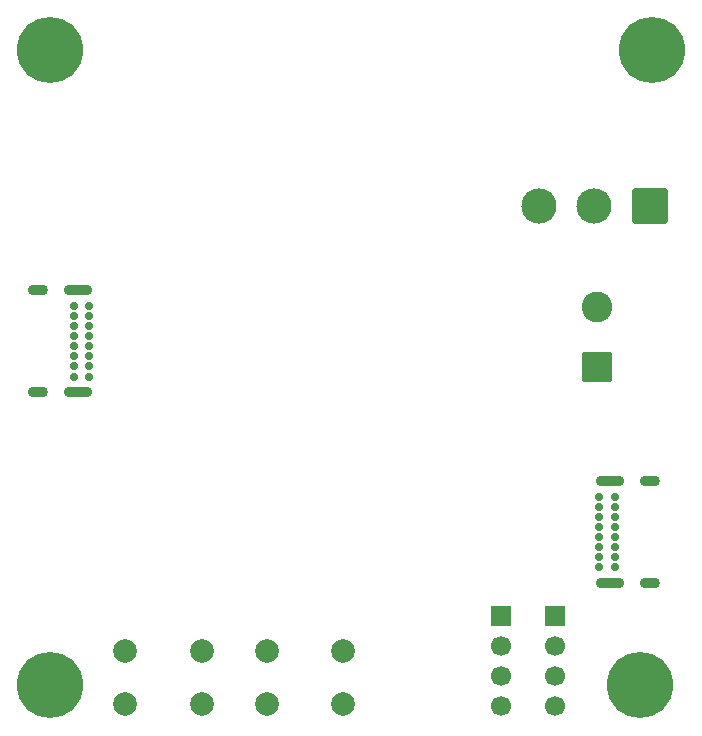
<source format=gbr>
%TF.GenerationSoftware,KiCad,Pcbnew,9.0.3*%
%TF.CreationDate,2025-07-28T19:21:27+02:00*%
%TF.ProjectId,USB_PD_JB,5553425f-5044-45f4-9a42-2e6b69636164,rev?*%
%TF.SameCoordinates,Original*%
%TF.FileFunction,Soldermask,Bot*%
%TF.FilePolarity,Negative*%
%FSLAX46Y46*%
G04 Gerber Fmt 4.6, Leading zero omitted, Abs format (unit mm)*
G04 Created by KiCad (PCBNEW 9.0.3) date 2025-07-28 19:21:27*
%MOMM*%
%LPD*%
G01*
G04 APERTURE LIST*
G04 Aperture macros list*
%AMRoundRect*
0 Rectangle with rounded corners*
0 $1 Rounding radius*
0 $2 $3 $4 $5 $6 $7 $8 $9 X,Y pos of 4 corners*
0 Add a 4 corners polygon primitive as box body*
4,1,4,$2,$3,$4,$5,$6,$7,$8,$9,$2,$3,0*
0 Add four circle primitives for the rounded corners*
1,1,$1+$1,$2,$3*
1,1,$1+$1,$4,$5*
1,1,$1+$1,$6,$7*
1,1,$1+$1,$8,$9*
0 Add four rect primitives between the rounded corners*
20,1,$1+$1,$2,$3,$4,$5,0*
20,1,$1+$1,$4,$5,$6,$7,0*
20,1,$1+$1,$6,$7,$8,$9,0*
20,1,$1+$1,$8,$9,$2,$3,0*%
G04 Aperture macros list end*
%ADD10C,2.000000*%
%ADD11C,3.600000*%
%ADD12C,5.600000*%
%ADD13R,1.700000X1.700000*%
%ADD14C,1.700000*%
%ADD15C,0.700000*%
%ADD16O,2.400000X0.900000*%
%ADD17O,1.700000X0.900000*%
%ADD18RoundRect,0.102000X1.387500X1.387500X-1.387500X1.387500X-1.387500X-1.387500X1.387500X-1.387500X0*%
%ADD19C,2.979000*%
%ADD20RoundRect,0.250000X1.050000X-1.050000X1.050000X1.050000X-1.050000X1.050000X-1.050000X-1.050000X0*%
%ADD21C,2.600000*%
G04 APERTURE END LIST*
D10*
%TO.C,OK1*%
X139350000Y-127900000D03*
X145850000Y-127900000D03*
X139350000Y-132400000D03*
X145850000Y-132400000D03*
%TD*%
D11*
%TO.C,H1*%
X121000000Y-77000000D03*
D12*
X121000000Y-77000000D03*
%TD*%
D10*
%TO.C,MENU1*%
X127350000Y-127900000D03*
X133850000Y-127900000D03*
X127350000Y-132400000D03*
X133850000Y-132400000D03*
%TD*%
D13*
%TO.C,J5*%
X163800000Y-124900000D03*
D14*
X163800000Y-127440000D03*
X163800000Y-129979999D03*
X163800000Y-132520000D03*
%TD*%
D11*
%TO.C,H3*%
X172000000Y-77000000D03*
D12*
X172000000Y-77000000D03*
%TD*%
D13*
%TO.C,J4*%
X159200000Y-124900000D03*
D14*
X159200000Y-127440000D03*
X159200000Y-129979999D03*
X159200000Y-132520000D03*
%TD*%
D15*
%TO.C,J1*%
X124360000Y-98700000D03*
X124360000Y-99550000D03*
X124360000Y-100400001D03*
X124360000Y-101250000D03*
X124360000Y-102100000D03*
X124360000Y-102950000D03*
X124360000Y-103800001D03*
X124360000Y-104650000D03*
X123010000Y-104650000D03*
X123010000Y-103800000D03*
X123010000Y-102950000D03*
X123010000Y-102100000D03*
X123010000Y-101250000D03*
X123010000Y-100400000D03*
X123010000Y-99550000D03*
X123010000Y-98700000D03*
D16*
X123380000Y-97350000D03*
D17*
X120000000Y-97350000D03*
D16*
X123380000Y-106000000D03*
D17*
X120000000Y-106000000D03*
%TD*%
D18*
%TO.C,SW1*%
X171800000Y-90200000D03*
D19*
X167100000Y-90200000D03*
X162400000Y-90200000D03*
%TD*%
D11*
%TO.C,H4*%
X171000000Y-130800000D03*
D12*
X171000000Y-130800000D03*
%TD*%
D15*
%TO.C,J3*%
X167475000Y-120775000D03*
X167475000Y-119925000D03*
X167475000Y-119074999D03*
X167475000Y-118225000D03*
X167475000Y-117375000D03*
X167475000Y-116525000D03*
X167475000Y-115674999D03*
X167475000Y-114825000D03*
X168825000Y-114825000D03*
X168825000Y-115675000D03*
X168825000Y-116525000D03*
X168825000Y-117375000D03*
X168825000Y-118225000D03*
X168825000Y-119075000D03*
X168825000Y-119925000D03*
X168825000Y-120775000D03*
D16*
X168455000Y-122125000D03*
D17*
X171835000Y-122125000D03*
D16*
X168455000Y-113475000D03*
D17*
X171835000Y-113475000D03*
%TD*%
D11*
%TO.C,H2*%
X121000000Y-130800000D03*
D12*
X121000000Y-130800000D03*
%TD*%
D20*
%TO.C,J2*%
X167372500Y-103845001D03*
D21*
X167372500Y-98765002D03*
%TD*%
M02*

</source>
